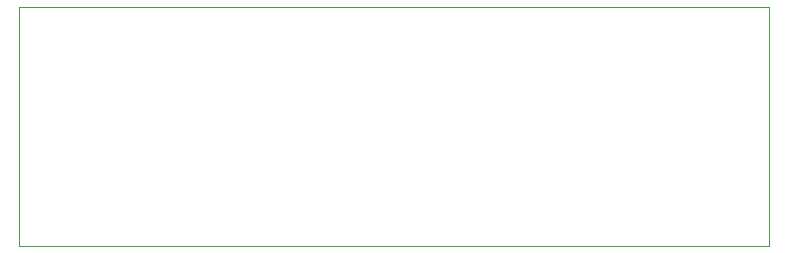
<source format=gbr>
%TF.GenerationSoftware,KiCad,Pcbnew,(6.0.1)*%
%TF.CreationDate,2023-01-04T22:15:02+03:00*%
%TF.ProjectId,EspDevBoard,45737044-6576-4426-9f61-72642e6b6963,rev?*%
%TF.SameCoordinates,Original*%
%TF.FileFunction,Profile,NP*%
%FSLAX46Y46*%
G04 Gerber Fmt 4.6, Leading zero omitted, Abs format (unit mm)*
G04 Created by KiCad (PCBNEW (6.0.1)) date 2023-01-04 22:15:02*
%MOMM*%
%LPD*%
G01*
G04 APERTURE LIST*
%TA.AperFunction,Profile*%
%ADD10C,0.100000*%
%TD*%
G04 APERTURE END LIST*
D10*
X242900000Y-62050000D02*
X242900000Y-82350000D01*
X179400000Y-62050000D02*
X242900000Y-62050000D01*
X242900000Y-82350000D02*
X179400000Y-82350000D01*
X179400000Y-82350000D02*
X179400000Y-62050000D01*
M02*

</source>
